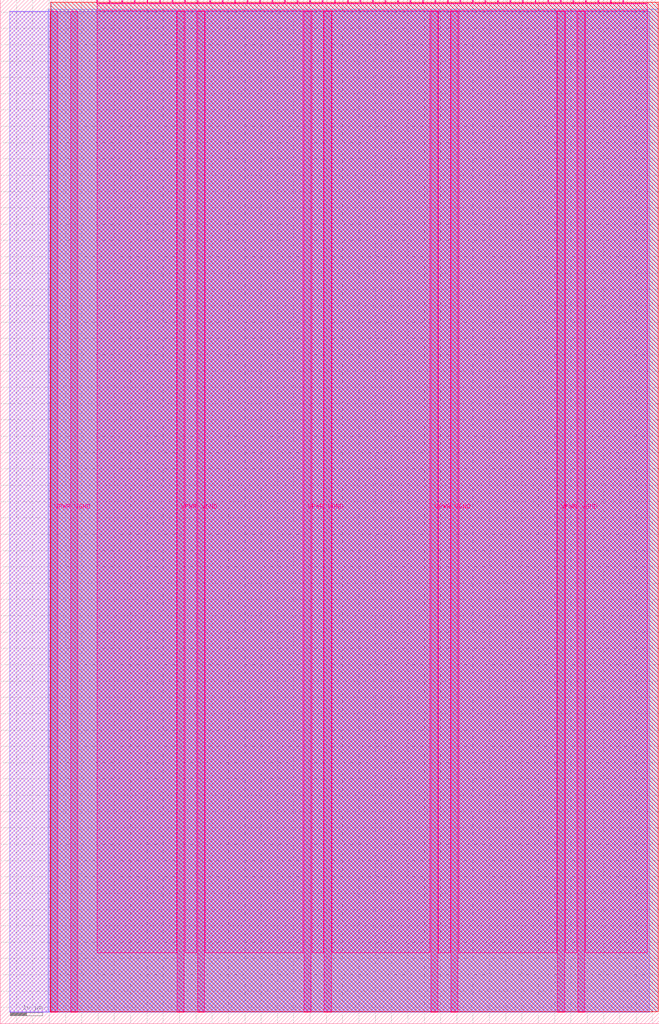
<source format=lef>
VERSION 5.7 ;
  NOWIREEXTENSIONATPIN ON ;
  DIVIDERCHAR "/" ;
  BUSBITCHARS "[]" ;
MACRO tt_um_couchand_cora16
  CLASS BLOCK ;
  FOREIGN tt_um_couchand_cora16 ;
  ORIGIN 0.000 0.000 ;
  SIZE 202.080 BY 313.740 ;
  PIN VGND
    DIRECTION INOUT ;
    USE GROUND ;
    PORT
      LAYER Metal5 ;
        RECT 21.580 3.560 23.780 310.180 ;
    END
    PORT
      LAYER Metal5 ;
        RECT 60.450 3.560 62.650 310.180 ;
    END
    PORT
      LAYER Metal5 ;
        RECT 99.320 3.560 101.520 310.180 ;
    END
    PORT
      LAYER Metal5 ;
        RECT 138.190 3.560 140.390 310.180 ;
    END
    PORT
      LAYER Metal5 ;
        RECT 177.060 3.560 179.260 310.180 ;
    END
  END VGND
  PIN VPWR
    DIRECTION INOUT ;
    USE POWER ;
    PORT
      LAYER Metal5 ;
        RECT 15.380 3.560 17.580 310.180 ;
    END
    PORT
      LAYER Metal5 ;
        RECT 54.250 3.560 56.450 310.180 ;
    END
    PORT
      LAYER Metal5 ;
        RECT 93.120 3.560 95.320 310.180 ;
    END
    PORT
      LAYER Metal5 ;
        RECT 131.990 3.560 134.190 310.180 ;
    END
    PORT
      LAYER Metal5 ;
        RECT 170.860 3.560 173.060 310.180 ;
    END
  END VPWR
  PIN clk
    DIRECTION INPUT ;
    USE SIGNAL ;
    ANTENNAGATEAREA 4.076800 ;
    ANTENNADIFFAREA 12.092400 ;
    PORT
      LAYER Metal5 ;
        RECT 187.050 312.740 187.350 313.740 ;
    END
  END clk
  PIN ena
    DIRECTION INPUT ;
    USE SIGNAL ;
    PORT
      LAYER Metal5 ;
        RECT 190.890 312.740 191.190 313.740 ;
    END
  END ena
  PIN rst_n
    DIRECTION INPUT ;
    USE SIGNAL ;
    ANTENNAGATEAREA 0.527800 ;
    PORT
      LAYER Metal5 ;
        RECT 183.210 312.740 183.510 313.740 ;
    END
  END rst_n
  PIN ui_in[0]
    DIRECTION INPUT ;
    USE SIGNAL ;
    ANTENNAGATEAREA 0.213200 ;
    PORT
      LAYER Metal5 ;
        RECT 179.370 312.740 179.670 313.740 ;
    END
  END ui_in[0]
  PIN ui_in[1]
    DIRECTION INPUT ;
    USE SIGNAL ;
    ANTENNAGATEAREA 0.180700 ;
    PORT
      LAYER Metal5 ;
        RECT 175.530 312.740 175.830 313.740 ;
    END
  END ui_in[1]
  PIN ui_in[2]
    DIRECTION INPUT ;
    USE SIGNAL ;
    ANTENNAGATEAREA 0.180700 ;
    PORT
      LAYER Metal5 ;
        RECT 171.690 312.740 171.990 313.740 ;
    END
  END ui_in[2]
  PIN ui_in[3]
    DIRECTION INPUT ;
    USE SIGNAL ;
    ANTENNAGATEAREA 0.180700 ;
    PORT
      LAYER Metal5 ;
        RECT 167.850 312.740 168.150 313.740 ;
    END
  END ui_in[3]
  PIN ui_in[4]
    DIRECTION INPUT ;
    USE SIGNAL ;
    ANTENNAGATEAREA 0.180700 ;
    PORT
      LAYER Metal5 ;
        RECT 164.010 312.740 164.310 313.740 ;
    END
  END ui_in[4]
  PIN ui_in[5]
    DIRECTION INPUT ;
    USE SIGNAL ;
    ANTENNAGATEAREA 0.180700 ;
    PORT
      LAYER Metal5 ;
        RECT 160.170 312.740 160.470 313.740 ;
    END
  END ui_in[5]
  PIN ui_in[6]
    DIRECTION INPUT ;
    USE SIGNAL ;
    ANTENNAGATEAREA 0.180700 ;
    PORT
      LAYER Metal5 ;
        RECT 156.330 312.740 156.630 313.740 ;
    END
  END ui_in[6]
  PIN ui_in[7]
    DIRECTION INPUT ;
    USE SIGNAL ;
    ANTENNAGATEAREA 0.180700 ;
    PORT
      LAYER Metal5 ;
        RECT 152.490 312.740 152.790 313.740 ;
    END
  END ui_in[7]
  PIN uio_in[0]
    DIRECTION INPUT ;
    USE SIGNAL ;
    PORT
      LAYER Metal5 ;
        RECT 148.650 312.740 148.950 313.740 ;
    END
  END uio_in[0]
  PIN uio_in[1]
    DIRECTION INPUT ;
    USE SIGNAL ;
    PORT
      LAYER Metal5 ;
        RECT 144.810 312.740 145.110 313.740 ;
    END
  END uio_in[1]
  PIN uio_in[2]
    DIRECTION INPUT ;
    USE SIGNAL ;
    PORT
      LAYER Metal5 ;
        RECT 140.970 312.740 141.270 313.740 ;
    END
  END uio_in[2]
  PIN uio_in[3]
    DIRECTION INPUT ;
    USE SIGNAL ;
    ANTENNAGATEAREA 0.180700 ;
    PORT
      LAYER Metal5 ;
        RECT 137.130 312.740 137.430 313.740 ;
    END
  END uio_in[3]
  PIN uio_in[4]
    DIRECTION INPUT ;
    USE SIGNAL ;
    ANTENNAGATEAREA 0.180700 ;
    PORT
      LAYER Metal5 ;
        RECT 133.290 312.740 133.590 313.740 ;
    END
  END uio_in[4]
  PIN uio_in[5]
    DIRECTION INPUT ;
    USE SIGNAL ;
    PORT
      LAYER Metal5 ;
        RECT 129.450 312.740 129.750 313.740 ;
    END
  END uio_in[5]
  PIN uio_in[6]
    DIRECTION INPUT ;
    USE SIGNAL ;
    PORT
      LAYER Metal5 ;
        RECT 125.610 312.740 125.910 313.740 ;
    END
  END uio_in[6]
  PIN uio_in[7]
    DIRECTION INPUT ;
    USE SIGNAL ;
    PORT
      LAYER Metal5 ;
        RECT 121.770 312.740 122.070 313.740 ;
    END
  END uio_in[7]
  PIN uio_oe[0]
    DIRECTION OUTPUT ;
    USE SIGNAL ;
    ANTENNADIFFAREA 0.654800 ;
    PORT
      LAYER Metal5 ;
        RECT 56.490 312.740 56.790 313.740 ;
    END
  END uio_oe[0]
  PIN uio_oe[1]
    DIRECTION OUTPUT ;
    USE SIGNAL ;
    ANTENNADIFFAREA 0.654800 ;
    PORT
      LAYER Metal5 ;
        RECT 52.650 312.740 52.950 313.740 ;
    END
  END uio_oe[1]
  PIN uio_oe[2]
    DIRECTION OUTPUT ;
    USE SIGNAL ;
    ANTENNADIFFAREA 0.654800 ;
    PORT
      LAYER Metal5 ;
        RECT 48.810 312.740 49.110 313.740 ;
    END
  END uio_oe[2]
  PIN uio_oe[3]
    DIRECTION OUTPUT ;
    USE SIGNAL ;
    ANTENNADIFFAREA 0.299200 ;
    PORT
      LAYER Metal5 ;
        RECT 44.970 312.740 45.270 313.740 ;
    END
  END uio_oe[3]
  PIN uio_oe[4]
    DIRECTION OUTPUT ;
    USE SIGNAL ;
    ANTENNADIFFAREA 0.299200 ;
    PORT
      LAYER Metal5 ;
        RECT 41.130 312.740 41.430 313.740 ;
    END
  END uio_oe[4]
  PIN uio_oe[5]
    DIRECTION OUTPUT ;
    USE SIGNAL ;
    ANTENNADIFFAREA 0.392700 ;
    PORT
      LAYER Metal5 ;
        RECT 37.290 312.740 37.590 313.740 ;
    END
  END uio_oe[5]
  PIN uio_oe[6]
    DIRECTION OUTPUT ;
    USE SIGNAL ;
    ANTENNADIFFAREA 0.392700 ;
    PORT
      LAYER Metal5 ;
        RECT 33.450 312.740 33.750 313.740 ;
    END
  END uio_oe[6]
  PIN uio_oe[7]
    DIRECTION OUTPUT ;
    USE SIGNAL ;
    ANTENNADIFFAREA 0.392700 ;
    PORT
      LAYER Metal5 ;
        RECT 29.610 312.740 29.910 313.740 ;
    END
  END uio_oe[7]
  PIN uio_out[0]
    DIRECTION OUTPUT ;
    USE SIGNAL ;
    ANTENNADIFFAREA 0.706800 ;
    PORT
      LAYER Metal5 ;
        RECT 87.210 312.740 87.510 313.740 ;
    END
  END uio_out[0]
  PIN uio_out[1]
    DIRECTION OUTPUT ;
    USE SIGNAL ;
    ANTENNADIFFAREA 0.706800 ;
    PORT
      LAYER Metal5 ;
        RECT 83.370 312.740 83.670 313.740 ;
    END
  END uio_out[1]
  PIN uio_out[2]
    DIRECTION OUTPUT ;
    USE SIGNAL ;
    ANTENNADIFFAREA 0.654800 ;
    PORT
      LAYER Metal5 ;
        RECT 79.530 312.740 79.830 313.740 ;
    END
  END uio_out[2]
  PIN uio_out[3]
    DIRECTION OUTPUT ;
    USE SIGNAL ;
    ANTENNADIFFAREA 0.299200 ;
    PORT
      LAYER Metal5 ;
        RECT 75.690 312.740 75.990 313.740 ;
    END
  END uio_out[3]
  PIN uio_out[4]
    DIRECTION OUTPUT ;
    USE SIGNAL ;
    ANTENNADIFFAREA 0.299200 ;
    PORT
      LAYER Metal5 ;
        RECT 71.850 312.740 72.150 313.740 ;
    END
  END uio_out[4]
  PIN uio_out[5]
    DIRECTION OUTPUT ;
    USE SIGNAL ;
    ANTENNADIFFAREA 0.654800 ;
    PORT
      LAYER Metal5 ;
        RECT 68.010 312.740 68.310 313.740 ;
    END
  END uio_out[5]
  PIN uio_out[6]
    DIRECTION OUTPUT ;
    USE SIGNAL ;
    ANTENNADIFFAREA 0.654800 ;
    PORT
      LAYER Metal5 ;
        RECT 64.170 312.740 64.470 313.740 ;
    END
  END uio_out[6]
  PIN uio_out[7]
    DIRECTION OUTPUT ;
    USE SIGNAL ;
    ANTENNADIFFAREA 0.654800 ;
    PORT
      LAYER Metal5 ;
        RECT 60.330 312.740 60.630 313.740 ;
    END
  END uio_out[7]
  PIN uo_out[0]
    DIRECTION OUTPUT ;
    USE SIGNAL ;
    ANTENNAGATEAREA 0.109200 ;
    ANTENNADIFFAREA 0.632400 ;
    PORT
      LAYER Metal5 ;
        RECT 117.930 312.740 118.230 313.740 ;
    END
  END uo_out[0]
  PIN uo_out[1]
    DIRECTION OUTPUT ;
    USE SIGNAL ;
    ANTENNAGATEAREA 0.109200 ;
    ANTENNADIFFAREA 0.632400 ;
    PORT
      LAYER Metal5 ;
        RECT 114.090 312.740 114.390 313.740 ;
    END
  END uo_out[1]
  PIN uo_out[2]
    DIRECTION OUTPUT ;
    USE SIGNAL ;
    ANTENNAGATEAREA 0.109200 ;
    ANTENNADIFFAREA 0.632400 ;
    PORT
      LAYER Metal5 ;
        RECT 110.250 312.740 110.550 313.740 ;
    END
  END uo_out[2]
  PIN uo_out[3]
    DIRECTION OUTPUT ;
    USE SIGNAL ;
    ANTENNAGATEAREA 0.109200 ;
    ANTENNADIFFAREA 0.632400 ;
    PORT
      LAYER Metal5 ;
        RECT 106.410 312.740 106.710 313.740 ;
    END
  END uo_out[3]
  PIN uo_out[4]
    DIRECTION OUTPUT ;
    USE SIGNAL ;
    ANTENNAGATEAREA 0.109200 ;
    ANTENNADIFFAREA 0.632400 ;
    PORT
      LAYER Metal5 ;
        RECT 102.570 312.740 102.870 313.740 ;
    END
  END uo_out[4]
  PIN uo_out[5]
    DIRECTION OUTPUT ;
    USE SIGNAL ;
    ANTENNAGATEAREA 0.109200 ;
    ANTENNADIFFAREA 0.632400 ;
    PORT
      LAYER Metal5 ;
        RECT 98.730 312.740 99.030 313.740 ;
    END
  END uo_out[5]
  PIN uo_out[6]
    DIRECTION OUTPUT ;
    USE SIGNAL ;
    ANTENNAGATEAREA 0.109200 ;
    ANTENNADIFFAREA 0.632400 ;
    PORT
      LAYER Metal5 ;
        RECT 94.890 312.740 95.190 313.740 ;
    END
  END uo_out[6]
  PIN uo_out[7]
    DIRECTION OUTPUT ;
    USE SIGNAL ;
    ANTENNAGATEAREA 0.109200 ;
    ANTENNADIFFAREA 0.632400 ;
    PORT
      LAYER Metal5 ;
        RECT 91.050 312.740 91.350 313.740 ;
    END
  END uo_out[7]
  OBS
      LAYER GatPoly ;
        RECT 2.880 3.630 199.200 310.110 ;
      LAYER Metal1 ;
        RECT 2.880 3.560 199.200 310.180 ;
      LAYER Metal2 ;
        RECT 14.735 3.680 201.745 310.900 ;
      LAYER Metal3 ;
        RECT 15.560 3.635 201.700 313.045 ;
      LAYER Metal4 ;
        RECT 15.515 3.680 201.745 313.000 ;
      LAYER Metal5 ;
        RECT 30.120 312.530 33.240 312.740 ;
        RECT 33.960 312.530 37.080 312.740 ;
        RECT 37.800 312.530 40.920 312.740 ;
        RECT 41.640 312.530 44.760 312.740 ;
        RECT 45.480 312.530 48.600 312.740 ;
        RECT 49.320 312.530 52.440 312.740 ;
        RECT 53.160 312.530 56.280 312.740 ;
        RECT 57.000 312.530 60.120 312.740 ;
        RECT 60.840 312.530 63.960 312.740 ;
        RECT 64.680 312.530 67.800 312.740 ;
        RECT 68.520 312.530 71.640 312.740 ;
        RECT 72.360 312.530 75.480 312.740 ;
        RECT 76.200 312.530 79.320 312.740 ;
        RECT 80.040 312.530 83.160 312.740 ;
        RECT 83.880 312.530 87.000 312.740 ;
        RECT 87.720 312.530 90.840 312.740 ;
        RECT 91.560 312.530 94.680 312.740 ;
        RECT 95.400 312.530 98.520 312.740 ;
        RECT 99.240 312.530 102.360 312.740 ;
        RECT 103.080 312.530 106.200 312.740 ;
        RECT 106.920 312.530 110.040 312.740 ;
        RECT 110.760 312.530 113.880 312.740 ;
        RECT 114.600 312.530 117.720 312.740 ;
        RECT 118.440 312.530 121.560 312.740 ;
        RECT 122.280 312.530 125.400 312.740 ;
        RECT 126.120 312.530 129.240 312.740 ;
        RECT 129.960 312.530 133.080 312.740 ;
        RECT 133.800 312.530 136.920 312.740 ;
        RECT 137.640 312.530 140.760 312.740 ;
        RECT 141.480 312.530 144.600 312.740 ;
        RECT 145.320 312.530 148.440 312.740 ;
        RECT 149.160 312.530 152.280 312.740 ;
        RECT 153.000 312.530 156.120 312.740 ;
        RECT 156.840 312.530 159.960 312.740 ;
        RECT 160.680 312.530 163.800 312.740 ;
        RECT 164.520 312.530 167.640 312.740 ;
        RECT 168.360 312.530 171.480 312.740 ;
        RECT 172.200 312.530 175.320 312.740 ;
        RECT 176.040 312.530 179.160 312.740 ;
        RECT 179.880 312.530 183.000 312.740 ;
        RECT 183.720 312.530 186.840 312.740 ;
        RECT 187.560 312.530 190.680 312.740 ;
        RECT 191.400 312.530 198.340 312.740 ;
        RECT 29.660 310.390 198.340 312.530 ;
        RECT 29.660 21.695 54.040 310.390 ;
        RECT 56.660 21.695 60.240 310.390 ;
        RECT 62.860 21.695 92.910 310.390 ;
        RECT 95.530 21.695 99.110 310.390 ;
        RECT 101.730 21.695 131.780 310.390 ;
        RECT 134.400 21.695 137.980 310.390 ;
        RECT 140.600 21.695 170.650 310.390 ;
        RECT 173.270 21.695 176.850 310.390 ;
        RECT 179.470 21.695 198.340 310.390 ;
  END
END tt_um_couchand_cora16
END LIBRARY


</source>
